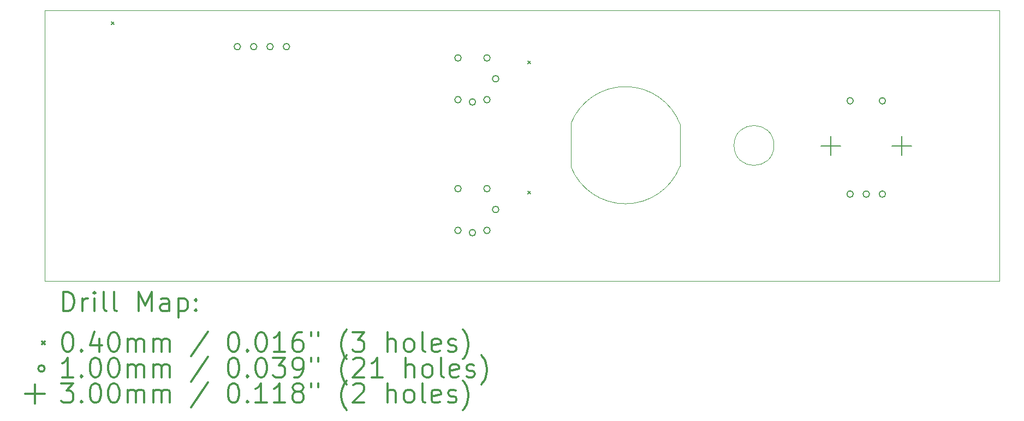
<source format=gbr>
%FSLAX45Y45*%
G04 Gerber Fmt 4.5, Leading zero omitted, Abs format (unit mm)*
G04 Created by KiCad (PCBNEW (5.1.6)-1) date 2025-04-19 10:29:02*
%MOMM*%
%LPD*%
G01*
G04 APERTURE LIST*
%TA.AperFunction,Profile*%
%ADD10C,0.050000*%
%TD*%
%ADD11C,0.200000*%
%ADD12C,0.300000*%
G04 APERTURE END LIST*
D10*
X15411450Y-9613900D02*
X15409837Y-8946519D01*
X17103763Y-9605562D02*
X17107255Y-8959850D01*
X17103763Y-9605562D02*
G75*
G02*
X15411450Y-9613900I-847763J321862D01*
G01*
X15409837Y-8946519D02*
G75*
G02*
X17107255Y-8959850I846163J-330831D01*
G01*
X18561050Y-9283700D02*
G75*
G03*
X18561050Y-9283700I-310000J0D01*
G01*
X7251700Y-7181850D02*
X7251700Y-11391900D01*
X22059900Y-7181850D02*
X7251700Y-7181850D01*
X22059900Y-11391900D02*
X22059900Y-7181850D01*
X7251700Y-11391900D02*
X22059900Y-11391900D01*
D11*
X8285800Y-7365050D02*
X8325800Y-7405050D01*
X8325800Y-7365050D02*
X8285800Y-7405050D01*
X14743750Y-7974650D02*
X14783750Y-8014650D01*
X14783750Y-7974650D02*
X14743750Y-8014650D01*
X14743750Y-9993950D02*
X14783750Y-10033950D01*
X14783750Y-9993950D02*
X14743750Y-10033950D01*
X13708850Y-7922500D02*
G75*
G03*
X13708850Y-7922500I-50000J0D01*
G01*
X13708850Y-8572500D02*
G75*
G03*
X13708850Y-8572500I-50000J0D01*
G01*
X13933850Y-8607500D02*
G75*
G03*
X13933850Y-8607500I-50000J0D01*
G01*
X14158850Y-7922500D02*
G75*
G03*
X14158850Y-7922500I-50000J0D01*
G01*
X14158850Y-8572500D02*
G75*
G03*
X14158850Y-8572500I-50000J0D01*
G01*
X14293850Y-8247500D02*
G75*
G03*
X14293850Y-8247500I-50000J0D01*
G01*
X10286200Y-7747750D02*
G75*
G03*
X10286200Y-7747750I-50000J0D01*
G01*
X10540200Y-7747750D02*
G75*
G03*
X10540200Y-7747750I-50000J0D01*
G01*
X10794200Y-7747750D02*
G75*
G03*
X10794200Y-7747750I-50000J0D01*
G01*
X11048200Y-7747750D02*
G75*
G03*
X11048200Y-7747750I-50000J0D01*
G01*
X13708850Y-9954500D02*
G75*
G03*
X13708850Y-9954500I-50000J0D01*
G01*
X13708850Y-10604500D02*
G75*
G03*
X13708850Y-10604500I-50000J0D01*
G01*
X13933850Y-10639500D02*
G75*
G03*
X13933850Y-10639500I-50000J0D01*
G01*
X14158850Y-9954500D02*
G75*
G03*
X14158850Y-9954500I-50000J0D01*
G01*
X14158850Y-10604500D02*
G75*
G03*
X14158850Y-10604500I-50000J0D01*
G01*
X14293850Y-10279500D02*
G75*
G03*
X14293850Y-10279500I-50000J0D01*
G01*
X19792150Y-8589350D02*
G75*
G03*
X19792150Y-8589350I-50000J0D01*
G01*
X19792150Y-10039350D02*
G75*
G03*
X19792150Y-10039350I-50000J0D01*
G01*
X20042150Y-10039350D02*
G75*
G03*
X20042150Y-10039350I-50000J0D01*
G01*
X20292150Y-8589350D02*
G75*
G03*
X20292150Y-8589350I-50000J0D01*
G01*
X20292150Y-10039350D02*
G75*
G03*
X20292150Y-10039350I-50000J0D01*
G01*
X19442150Y-9139267D02*
X19442150Y-9439434D01*
X19292067Y-9289350D02*
X19592234Y-9289350D01*
X20542150Y-9139267D02*
X20542150Y-9439434D01*
X20392067Y-9289350D02*
X20692234Y-9289350D01*
D12*
X7535628Y-11860114D02*
X7535628Y-11560114D01*
X7607057Y-11560114D01*
X7649914Y-11574400D01*
X7678486Y-11602971D01*
X7692771Y-11631543D01*
X7707057Y-11688686D01*
X7707057Y-11731543D01*
X7692771Y-11788686D01*
X7678486Y-11817257D01*
X7649914Y-11845829D01*
X7607057Y-11860114D01*
X7535628Y-11860114D01*
X7835628Y-11860114D02*
X7835628Y-11660114D01*
X7835628Y-11717257D02*
X7849914Y-11688686D01*
X7864200Y-11674400D01*
X7892771Y-11660114D01*
X7921343Y-11660114D01*
X8021343Y-11860114D02*
X8021343Y-11660114D01*
X8021343Y-11560114D02*
X8007057Y-11574400D01*
X8021343Y-11588686D01*
X8035628Y-11574400D01*
X8021343Y-11560114D01*
X8021343Y-11588686D01*
X8207057Y-11860114D02*
X8178486Y-11845829D01*
X8164200Y-11817257D01*
X8164200Y-11560114D01*
X8364200Y-11860114D02*
X8335628Y-11845829D01*
X8321343Y-11817257D01*
X8321343Y-11560114D01*
X8707057Y-11860114D02*
X8707057Y-11560114D01*
X8807057Y-11774400D01*
X8907057Y-11560114D01*
X8907057Y-11860114D01*
X9178486Y-11860114D02*
X9178486Y-11702971D01*
X9164200Y-11674400D01*
X9135628Y-11660114D01*
X9078486Y-11660114D01*
X9049914Y-11674400D01*
X9178486Y-11845829D02*
X9149914Y-11860114D01*
X9078486Y-11860114D01*
X9049914Y-11845829D01*
X9035628Y-11817257D01*
X9035628Y-11788686D01*
X9049914Y-11760114D01*
X9078486Y-11745829D01*
X9149914Y-11745829D01*
X9178486Y-11731543D01*
X9321343Y-11660114D02*
X9321343Y-11960114D01*
X9321343Y-11674400D02*
X9349914Y-11660114D01*
X9407057Y-11660114D01*
X9435628Y-11674400D01*
X9449914Y-11688686D01*
X9464200Y-11717257D01*
X9464200Y-11802971D01*
X9449914Y-11831543D01*
X9435628Y-11845829D01*
X9407057Y-11860114D01*
X9349914Y-11860114D01*
X9321343Y-11845829D01*
X9592771Y-11831543D02*
X9607057Y-11845829D01*
X9592771Y-11860114D01*
X9578486Y-11845829D01*
X9592771Y-11831543D01*
X9592771Y-11860114D01*
X9592771Y-11674400D02*
X9607057Y-11688686D01*
X9592771Y-11702971D01*
X9578486Y-11688686D01*
X9592771Y-11674400D01*
X9592771Y-11702971D01*
X7209200Y-12334400D02*
X7249200Y-12374400D01*
X7249200Y-12334400D02*
X7209200Y-12374400D01*
X7592771Y-12190114D02*
X7621343Y-12190114D01*
X7649914Y-12204400D01*
X7664200Y-12218686D01*
X7678486Y-12247257D01*
X7692771Y-12304400D01*
X7692771Y-12375829D01*
X7678486Y-12432971D01*
X7664200Y-12461543D01*
X7649914Y-12475829D01*
X7621343Y-12490114D01*
X7592771Y-12490114D01*
X7564200Y-12475829D01*
X7549914Y-12461543D01*
X7535628Y-12432971D01*
X7521343Y-12375829D01*
X7521343Y-12304400D01*
X7535628Y-12247257D01*
X7549914Y-12218686D01*
X7564200Y-12204400D01*
X7592771Y-12190114D01*
X7821343Y-12461543D02*
X7835628Y-12475829D01*
X7821343Y-12490114D01*
X7807057Y-12475829D01*
X7821343Y-12461543D01*
X7821343Y-12490114D01*
X8092771Y-12290114D02*
X8092771Y-12490114D01*
X8021343Y-12175829D02*
X7949914Y-12390114D01*
X8135628Y-12390114D01*
X8307057Y-12190114D02*
X8335628Y-12190114D01*
X8364200Y-12204400D01*
X8378486Y-12218686D01*
X8392771Y-12247257D01*
X8407057Y-12304400D01*
X8407057Y-12375829D01*
X8392771Y-12432971D01*
X8378486Y-12461543D01*
X8364200Y-12475829D01*
X8335628Y-12490114D01*
X8307057Y-12490114D01*
X8278486Y-12475829D01*
X8264200Y-12461543D01*
X8249914Y-12432971D01*
X8235628Y-12375829D01*
X8235628Y-12304400D01*
X8249914Y-12247257D01*
X8264200Y-12218686D01*
X8278486Y-12204400D01*
X8307057Y-12190114D01*
X8535628Y-12490114D02*
X8535628Y-12290114D01*
X8535628Y-12318686D02*
X8549914Y-12304400D01*
X8578486Y-12290114D01*
X8621343Y-12290114D01*
X8649914Y-12304400D01*
X8664200Y-12332971D01*
X8664200Y-12490114D01*
X8664200Y-12332971D02*
X8678486Y-12304400D01*
X8707057Y-12290114D01*
X8749914Y-12290114D01*
X8778486Y-12304400D01*
X8792771Y-12332971D01*
X8792771Y-12490114D01*
X8935628Y-12490114D02*
X8935628Y-12290114D01*
X8935628Y-12318686D02*
X8949914Y-12304400D01*
X8978486Y-12290114D01*
X9021343Y-12290114D01*
X9049914Y-12304400D01*
X9064200Y-12332971D01*
X9064200Y-12490114D01*
X9064200Y-12332971D02*
X9078486Y-12304400D01*
X9107057Y-12290114D01*
X9149914Y-12290114D01*
X9178486Y-12304400D01*
X9192771Y-12332971D01*
X9192771Y-12490114D01*
X9778486Y-12175829D02*
X9521343Y-12561543D01*
X10164200Y-12190114D02*
X10192771Y-12190114D01*
X10221343Y-12204400D01*
X10235628Y-12218686D01*
X10249914Y-12247257D01*
X10264200Y-12304400D01*
X10264200Y-12375829D01*
X10249914Y-12432971D01*
X10235628Y-12461543D01*
X10221343Y-12475829D01*
X10192771Y-12490114D01*
X10164200Y-12490114D01*
X10135628Y-12475829D01*
X10121343Y-12461543D01*
X10107057Y-12432971D01*
X10092771Y-12375829D01*
X10092771Y-12304400D01*
X10107057Y-12247257D01*
X10121343Y-12218686D01*
X10135628Y-12204400D01*
X10164200Y-12190114D01*
X10392771Y-12461543D02*
X10407057Y-12475829D01*
X10392771Y-12490114D01*
X10378486Y-12475829D01*
X10392771Y-12461543D01*
X10392771Y-12490114D01*
X10592771Y-12190114D02*
X10621343Y-12190114D01*
X10649914Y-12204400D01*
X10664200Y-12218686D01*
X10678486Y-12247257D01*
X10692771Y-12304400D01*
X10692771Y-12375829D01*
X10678486Y-12432971D01*
X10664200Y-12461543D01*
X10649914Y-12475829D01*
X10621343Y-12490114D01*
X10592771Y-12490114D01*
X10564200Y-12475829D01*
X10549914Y-12461543D01*
X10535628Y-12432971D01*
X10521343Y-12375829D01*
X10521343Y-12304400D01*
X10535628Y-12247257D01*
X10549914Y-12218686D01*
X10564200Y-12204400D01*
X10592771Y-12190114D01*
X10978486Y-12490114D02*
X10807057Y-12490114D01*
X10892771Y-12490114D02*
X10892771Y-12190114D01*
X10864200Y-12232971D01*
X10835628Y-12261543D01*
X10807057Y-12275829D01*
X11235628Y-12190114D02*
X11178486Y-12190114D01*
X11149914Y-12204400D01*
X11135628Y-12218686D01*
X11107057Y-12261543D01*
X11092771Y-12318686D01*
X11092771Y-12432971D01*
X11107057Y-12461543D01*
X11121343Y-12475829D01*
X11149914Y-12490114D01*
X11207057Y-12490114D01*
X11235628Y-12475829D01*
X11249914Y-12461543D01*
X11264200Y-12432971D01*
X11264200Y-12361543D01*
X11249914Y-12332971D01*
X11235628Y-12318686D01*
X11207057Y-12304400D01*
X11149914Y-12304400D01*
X11121343Y-12318686D01*
X11107057Y-12332971D01*
X11092771Y-12361543D01*
X11378486Y-12190114D02*
X11378486Y-12247257D01*
X11492771Y-12190114D02*
X11492771Y-12247257D01*
X11935628Y-12604400D02*
X11921343Y-12590114D01*
X11892771Y-12547257D01*
X11878486Y-12518686D01*
X11864200Y-12475829D01*
X11849914Y-12404400D01*
X11849914Y-12347257D01*
X11864200Y-12275829D01*
X11878486Y-12232971D01*
X11892771Y-12204400D01*
X11921343Y-12161543D01*
X11935628Y-12147257D01*
X12021343Y-12190114D02*
X12207057Y-12190114D01*
X12107057Y-12304400D01*
X12149914Y-12304400D01*
X12178486Y-12318686D01*
X12192771Y-12332971D01*
X12207057Y-12361543D01*
X12207057Y-12432971D01*
X12192771Y-12461543D01*
X12178486Y-12475829D01*
X12149914Y-12490114D01*
X12064200Y-12490114D01*
X12035628Y-12475829D01*
X12021343Y-12461543D01*
X12564200Y-12490114D02*
X12564200Y-12190114D01*
X12692771Y-12490114D02*
X12692771Y-12332971D01*
X12678486Y-12304400D01*
X12649914Y-12290114D01*
X12607057Y-12290114D01*
X12578486Y-12304400D01*
X12564200Y-12318686D01*
X12878486Y-12490114D02*
X12849914Y-12475829D01*
X12835628Y-12461543D01*
X12821343Y-12432971D01*
X12821343Y-12347257D01*
X12835628Y-12318686D01*
X12849914Y-12304400D01*
X12878486Y-12290114D01*
X12921343Y-12290114D01*
X12949914Y-12304400D01*
X12964200Y-12318686D01*
X12978486Y-12347257D01*
X12978486Y-12432971D01*
X12964200Y-12461543D01*
X12949914Y-12475829D01*
X12921343Y-12490114D01*
X12878486Y-12490114D01*
X13149914Y-12490114D02*
X13121343Y-12475829D01*
X13107057Y-12447257D01*
X13107057Y-12190114D01*
X13378486Y-12475829D02*
X13349914Y-12490114D01*
X13292771Y-12490114D01*
X13264200Y-12475829D01*
X13249914Y-12447257D01*
X13249914Y-12332971D01*
X13264200Y-12304400D01*
X13292771Y-12290114D01*
X13349914Y-12290114D01*
X13378486Y-12304400D01*
X13392771Y-12332971D01*
X13392771Y-12361543D01*
X13249914Y-12390114D01*
X13507057Y-12475829D02*
X13535628Y-12490114D01*
X13592771Y-12490114D01*
X13621343Y-12475829D01*
X13635628Y-12447257D01*
X13635628Y-12432971D01*
X13621343Y-12404400D01*
X13592771Y-12390114D01*
X13549914Y-12390114D01*
X13521343Y-12375829D01*
X13507057Y-12347257D01*
X13507057Y-12332971D01*
X13521343Y-12304400D01*
X13549914Y-12290114D01*
X13592771Y-12290114D01*
X13621343Y-12304400D01*
X13735628Y-12604400D02*
X13749914Y-12590114D01*
X13778486Y-12547257D01*
X13792771Y-12518686D01*
X13807057Y-12475829D01*
X13821343Y-12404400D01*
X13821343Y-12347257D01*
X13807057Y-12275829D01*
X13792771Y-12232971D01*
X13778486Y-12204400D01*
X13749914Y-12161543D01*
X13735628Y-12147257D01*
X7249200Y-12750400D02*
G75*
G03*
X7249200Y-12750400I-50000J0D01*
G01*
X7692771Y-12886114D02*
X7521343Y-12886114D01*
X7607057Y-12886114D02*
X7607057Y-12586114D01*
X7578486Y-12628971D01*
X7549914Y-12657543D01*
X7521343Y-12671829D01*
X7821343Y-12857543D02*
X7835628Y-12871829D01*
X7821343Y-12886114D01*
X7807057Y-12871829D01*
X7821343Y-12857543D01*
X7821343Y-12886114D01*
X8021343Y-12586114D02*
X8049914Y-12586114D01*
X8078486Y-12600400D01*
X8092771Y-12614686D01*
X8107057Y-12643257D01*
X8121343Y-12700400D01*
X8121343Y-12771829D01*
X8107057Y-12828971D01*
X8092771Y-12857543D01*
X8078486Y-12871829D01*
X8049914Y-12886114D01*
X8021343Y-12886114D01*
X7992771Y-12871829D01*
X7978486Y-12857543D01*
X7964200Y-12828971D01*
X7949914Y-12771829D01*
X7949914Y-12700400D01*
X7964200Y-12643257D01*
X7978486Y-12614686D01*
X7992771Y-12600400D01*
X8021343Y-12586114D01*
X8307057Y-12586114D02*
X8335628Y-12586114D01*
X8364200Y-12600400D01*
X8378486Y-12614686D01*
X8392771Y-12643257D01*
X8407057Y-12700400D01*
X8407057Y-12771829D01*
X8392771Y-12828971D01*
X8378486Y-12857543D01*
X8364200Y-12871829D01*
X8335628Y-12886114D01*
X8307057Y-12886114D01*
X8278486Y-12871829D01*
X8264200Y-12857543D01*
X8249914Y-12828971D01*
X8235628Y-12771829D01*
X8235628Y-12700400D01*
X8249914Y-12643257D01*
X8264200Y-12614686D01*
X8278486Y-12600400D01*
X8307057Y-12586114D01*
X8535628Y-12886114D02*
X8535628Y-12686114D01*
X8535628Y-12714686D02*
X8549914Y-12700400D01*
X8578486Y-12686114D01*
X8621343Y-12686114D01*
X8649914Y-12700400D01*
X8664200Y-12728971D01*
X8664200Y-12886114D01*
X8664200Y-12728971D02*
X8678486Y-12700400D01*
X8707057Y-12686114D01*
X8749914Y-12686114D01*
X8778486Y-12700400D01*
X8792771Y-12728971D01*
X8792771Y-12886114D01*
X8935628Y-12886114D02*
X8935628Y-12686114D01*
X8935628Y-12714686D02*
X8949914Y-12700400D01*
X8978486Y-12686114D01*
X9021343Y-12686114D01*
X9049914Y-12700400D01*
X9064200Y-12728971D01*
X9064200Y-12886114D01*
X9064200Y-12728971D02*
X9078486Y-12700400D01*
X9107057Y-12686114D01*
X9149914Y-12686114D01*
X9178486Y-12700400D01*
X9192771Y-12728971D01*
X9192771Y-12886114D01*
X9778486Y-12571829D02*
X9521343Y-12957543D01*
X10164200Y-12586114D02*
X10192771Y-12586114D01*
X10221343Y-12600400D01*
X10235628Y-12614686D01*
X10249914Y-12643257D01*
X10264200Y-12700400D01*
X10264200Y-12771829D01*
X10249914Y-12828971D01*
X10235628Y-12857543D01*
X10221343Y-12871829D01*
X10192771Y-12886114D01*
X10164200Y-12886114D01*
X10135628Y-12871829D01*
X10121343Y-12857543D01*
X10107057Y-12828971D01*
X10092771Y-12771829D01*
X10092771Y-12700400D01*
X10107057Y-12643257D01*
X10121343Y-12614686D01*
X10135628Y-12600400D01*
X10164200Y-12586114D01*
X10392771Y-12857543D02*
X10407057Y-12871829D01*
X10392771Y-12886114D01*
X10378486Y-12871829D01*
X10392771Y-12857543D01*
X10392771Y-12886114D01*
X10592771Y-12586114D02*
X10621343Y-12586114D01*
X10649914Y-12600400D01*
X10664200Y-12614686D01*
X10678486Y-12643257D01*
X10692771Y-12700400D01*
X10692771Y-12771829D01*
X10678486Y-12828971D01*
X10664200Y-12857543D01*
X10649914Y-12871829D01*
X10621343Y-12886114D01*
X10592771Y-12886114D01*
X10564200Y-12871829D01*
X10549914Y-12857543D01*
X10535628Y-12828971D01*
X10521343Y-12771829D01*
X10521343Y-12700400D01*
X10535628Y-12643257D01*
X10549914Y-12614686D01*
X10564200Y-12600400D01*
X10592771Y-12586114D01*
X10792771Y-12586114D02*
X10978486Y-12586114D01*
X10878486Y-12700400D01*
X10921343Y-12700400D01*
X10949914Y-12714686D01*
X10964200Y-12728971D01*
X10978486Y-12757543D01*
X10978486Y-12828971D01*
X10964200Y-12857543D01*
X10949914Y-12871829D01*
X10921343Y-12886114D01*
X10835628Y-12886114D01*
X10807057Y-12871829D01*
X10792771Y-12857543D01*
X11121343Y-12886114D02*
X11178486Y-12886114D01*
X11207057Y-12871829D01*
X11221343Y-12857543D01*
X11249914Y-12814686D01*
X11264200Y-12757543D01*
X11264200Y-12643257D01*
X11249914Y-12614686D01*
X11235628Y-12600400D01*
X11207057Y-12586114D01*
X11149914Y-12586114D01*
X11121343Y-12600400D01*
X11107057Y-12614686D01*
X11092771Y-12643257D01*
X11092771Y-12714686D01*
X11107057Y-12743257D01*
X11121343Y-12757543D01*
X11149914Y-12771829D01*
X11207057Y-12771829D01*
X11235628Y-12757543D01*
X11249914Y-12743257D01*
X11264200Y-12714686D01*
X11378486Y-12586114D02*
X11378486Y-12643257D01*
X11492771Y-12586114D02*
X11492771Y-12643257D01*
X11935628Y-13000400D02*
X11921343Y-12986114D01*
X11892771Y-12943257D01*
X11878486Y-12914686D01*
X11864200Y-12871829D01*
X11849914Y-12800400D01*
X11849914Y-12743257D01*
X11864200Y-12671829D01*
X11878486Y-12628971D01*
X11892771Y-12600400D01*
X11921343Y-12557543D01*
X11935628Y-12543257D01*
X12035628Y-12614686D02*
X12049914Y-12600400D01*
X12078486Y-12586114D01*
X12149914Y-12586114D01*
X12178486Y-12600400D01*
X12192771Y-12614686D01*
X12207057Y-12643257D01*
X12207057Y-12671829D01*
X12192771Y-12714686D01*
X12021343Y-12886114D01*
X12207057Y-12886114D01*
X12492771Y-12886114D02*
X12321343Y-12886114D01*
X12407057Y-12886114D02*
X12407057Y-12586114D01*
X12378486Y-12628971D01*
X12349914Y-12657543D01*
X12321343Y-12671829D01*
X12849914Y-12886114D02*
X12849914Y-12586114D01*
X12978486Y-12886114D02*
X12978486Y-12728971D01*
X12964200Y-12700400D01*
X12935628Y-12686114D01*
X12892771Y-12686114D01*
X12864200Y-12700400D01*
X12849914Y-12714686D01*
X13164200Y-12886114D02*
X13135628Y-12871829D01*
X13121343Y-12857543D01*
X13107057Y-12828971D01*
X13107057Y-12743257D01*
X13121343Y-12714686D01*
X13135628Y-12700400D01*
X13164200Y-12686114D01*
X13207057Y-12686114D01*
X13235628Y-12700400D01*
X13249914Y-12714686D01*
X13264200Y-12743257D01*
X13264200Y-12828971D01*
X13249914Y-12857543D01*
X13235628Y-12871829D01*
X13207057Y-12886114D01*
X13164200Y-12886114D01*
X13435628Y-12886114D02*
X13407057Y-12871829D01*
X13392771Y-12843257D01*
X13392771Y-12586114D01*
X13664200Y-12871829D02*
X13635628Y-12886114D01*
X13578486Y-12886114D01*
X13549914Y-12871829D01*
X13535628Y-12843257D01*
X13535628Y-12728971D01*
X13549914Y-12700400D01*
X13578486Y-12686114D01*
X13635628Y-12686114D01*
X13664200Y-12700400D01*
X13678486Y-12728971D01*
X13678486Y-12757543D01*
X13535628Y-12786114D01*
X13792771Y-12871829D02*
X13821343Y-12886114D01*
X13878486Y-12886114D01*
X13907057Y-12871829D01*
X13921343Y-12843257D01*
X13921343Y-12828971D01*
X13907057Y-12800400D01*
X13878486Y-12786114D01*
X13835628Y-12786114D01*
X13807057Y-12771829D01*
X13792771Y-12743257D01*
X13792771Y-12728971D01*
X13807057Y-12700400D01*
X13835628Y-12686114D01*
X13878486Y-12686114D01*
X13907057Y-12700400D01*
X14021343Y-13000400D02*
X14035628Y-12986114D01*
X14064200Y-12943257D01*
X14078486Y-12914686D01*
X14092771Y-12871829D01*
X14107057Y-12800400D01*
X14107057Y-12743257D01*
X14092771Y-12671829D01*
X14078486Y-12628971D01*
X14064200Y-12600400D01*
X14035628Y-12557543D01*
X14021343Y-12543257D01*
X7099116Y-12996317D02*
X7099116Y-13296484D01*
X6949033Y-13146400D02*
X7249200Y-13146400D01*
X7507057Y-12982114D02*
X7692771Y-12982114D01*
X7592771Y-13096400D01*
X7635628Y-13096400D01*
X7664200Y-13110686D01*
X7678486Y-13124971D01*
X7692771Y-13153543D01*
X7692771Y-13224971D01*
X7678486Y-13253543D01*
X7664200Y-13267829D01*
X7635628Y-13282114D01*
X7549914Y-13282114D01*
X7521343Y-13267829D01*
X7507057Y-13253543D01*
X7821343Y-13253543D02*
X7835628Y-13267829D01*
X7821343Y-13282114D01*
X7807057Y-13267829D01*
X7821343Y-13253543D01*
X7821343Y-13282114D01*
X8021343Y-12982114D02*
X8049914Y-12982114D01*
X8078486Y-12996400D01*
X8092771Y-13010686D01*
X8107057Y-13039257D01*
X8121343Y-13096400D01*
X8121343Y-13167829D01*
X8107057Y-13224971D01*
X8092771Y-13253543D01*
X8078486Y-13267829D01*
X8049914Y-13282114D01*
X8021343Y-13282114D01*
X7992771Y-13267829D01*
X7978486Y-13253543D01*
X7964200Y-13224971D01*
X7949914Y-13167829D01*
X7949914Y-13096400D01*
X7964200Y-13039257D01*
X7978486Y-13010686D01*
X7992771Y-12996400D01*
X8021343Y-12982114D01*
X8307057Y-12982114D02*
X8335628Y-12982114D01*
X8364200Y-12996400D01*
X8378486Y-13010686D01*
X8392771Y-13039257D01*
X8407057Y-13096400D01*
X8407057Y-13167829D01*
X8392771Y-13224971D01*
X8378486Y-13253543D01*
X8364200Y-13267829D01*
X8335628Y-13282114D01*
X8307057Y-13282114D01*
X8278486Y-13267829D01*
X8264200Y-13253543D01*
X8249914Y-13224971D01*
X8235628Y-13167829D01*
X8235628Y-13096400D01*
X8249914Y-13039257D01*
X8264200Y-13010686D01*
X8278486Y-12996400D01*
X8307057Y-12982114D01*
X8535628Y-13282114D02*
X8535628Y-13082114D01*
X8535628Y-13110686D02*
X8549914Y-13096400D01*
X8578486Y-13082114D01*
X8621343Y-13082114D01*
X8649914Y-13096400D01*
X8664200Y-13124971D01*
X8664200Y-13282114D01*
X8664200Y-13124971D02*
X8678486Y-13096400D01*
X8707057Y-13082114D01*
X8749914Y-13082114D01*
X8778486Y-13096400D01*
X8792771Y-13124971D01*
X8792771Y-13282114D01*
X8935628Y-13282114D02*
X8935628Y-13082114D01*
X8935628Y-13110686D02*
X8949914Y-13096400D01*
X8978486Y-13082114D01*
X9021343Y-13082114D01*
X9049914Y-13096400D01*
X9064200Y-13124971D01*
X9064200Y-13282114D01*
X9064200Y-13124971D02*
X9078486Y-13096400D01*
X9107057Y-13082114D01*
X9149914Y-13082114D01*
X9178486Y-13096400D01*
X9192771Y-13124971D01*
X9192771Y-13282114D01*
X9778486Y-12967829D02*
X9521343Y-13353543D01*
X10164200Y-12982114D02*
X10192771Y-12982114D01*
X10221343Y-12996400D01*
X10235628Y-13010686D01*
X10249914Y-13039257D01*
X10264200Y-13096400D01*
X10264200Y-13167829D01*
X10249914Y-13224971D01*
X10235628Y-13253543D01*
X10221343Y-13267829D01*
X10192771Y-13282114D01*
X10164200Y-13282114D01*
X10135628Y-13267829D01*
X10121343Y-13253543D01*
X10107057Y-13224971D01*
X10092771Y-13167829D01*
X10092771Y-13096400D01*
X10107057Y-13039257D01*
X10121343Y-13010686D01*
X10135628Y-12996400D01*
X10164200Y-12982114D01*
X10392771Y-13253543D02*
X10407057Y-13267829D01*
X10392771Y-13282114D01*
X10378486Y-13267829D01*
X10392771Y-13253543D01*
X10392771Y-13282114D01*
X10692771Y-13282114D02*
X10521343Y-13282114D01*
X10607057Y-13282114D02*
X10607057Y-12982114D01*
X10578486Y-13024971D01*
X10549914Y-13053543D01*
X10521343Y-13067829D01*
X10978486Y-13282114D02*
X10807057Y-13282114D01*
X10892771Y-13282114D02*
X10892771Y-12982114D01*
X10864200Y-13024971D01*
X10835628Y-13053543D01*
X10807057Y-13067829D01*
X11149914Y-13110686D02*
X11121343Y-13096400D01*
X11107057Y-13082114D01*
X11092771Y-13053543D01*
X11092771Y-13039257D01*
X11107057Y-13010686D01*
X11121343Y-12996400D01*
X11149914Y-12982114D01*
X11207057Y-12982114D01*
X11235628Y-12996400D01*
X11249914Y-13010686D01*
X11264200Y-13039257D01*
X11264200Y-13053543D01*
X11249914Y-13082114D01*
X11235628Y-13096400D01*
X11207057Y-13110686D01*
X11149914Y-13110686D01*
X11121343Y-13124971D01*
X11107057Y-13139257D01*
X11092771Y-13167829D01*
X11092771Y-13224971D01*
X11107057Y-13253543D01*
X11121343Y-13267829D01*
X11149914Y-13282114D01*
X11207057Y-13282114D01*
X11235628Y-13267829D01*
X11249914Y-13253543D01*
X11264200Y-13224971D01*
X11264200Y-13167829D01*
X11249914Y-13139257D01*
X11235628Y-13124971D01*
X11207057Y-13110686D01*
X11378486Y-12982114D02*
X11378486Y-13039257D01*
X11492771Y-12982114D02*
X11492771Y-13039257D01*
X11935628Y-13396400D02*
X11921343Y-13382114D01*
X11892771Y-13339257D01*
X11878486Y-13310686D01*
X11864200Y-13267829D01*
X11849914Y-13196400D01*
X11849914Y-13139257D01*
X11864200Y-13067829D01*
X11878486Y-13024971D01*
X11892771Y-12996400D01*
X11921343Y-12953543D01*
X11935628Y-12939257D01*
X12035628Y-13010686D02*
X12049914Y-12996400D01*
X12078486Y-12982114D01*
X12149914Y-12982114D01*
X12178486Y-12996400D01*
X12192771Y-13010686D01*
X12207057Y-13039257D01*
X12207057Y-13067829D01*
X12192771Y-13110686D01*
X12021343Y-13282114D01*
X12207057Y-13282114D01*
X12564200Y-13282114D02*
X12564200Y-12982114D01*
X12692771Y-13282114D02*
X12692771Y-13124971D01*
X12678486Y-13096400D01*
X12649914Y-13082114D01*
X12607057Y-13082114D01*
X12578486Y-13096400D01*
X12564200Y-13110686D01*
X12878486Y-13282114D02*
X12849914Y-13267829D01*
X12835628Y-13253543D01*
X12821343Y-13224971D01*
X12821343Y-13139257D01*
X12835628Y-13110686D01*
X12849914Y-13096400D01*
X12878486Y-13082114D01*
X12921343Y-13082114D01*
X12949914Y-13096400D01*
X12964200Y-13110686D01*
X12978486Y-13139257D01*
X12978486Y-13224971D01*
X12964200Y-13253543D01*
X12949914Y-13267829D01*
X12921343Y-13282114D01*
X12878486Y-13282114D01*
X13149914Y-13282114D02*
X13121343Y-13267829D01*
X13107057Y-13239257D01*
X13107057Y-12982114D01*
X13378486Y-13267829D02*
X13349914Y-13282114D01*
X13292771Y-13282114D01*
X13264200Y-13267829D01*
X13249914Y-13239257D01*
X13249914Y-13124971D01*
X13264200Y-13096400D01*
X13292771Y-13082114D01*
X13349914Y-13082114D01*
X13378486Y-13096400D01*
X13392771Y-13124971D01*
X13392771Y-13153543D01*
X13249914Y-13182114D01*
X13507057Y-13267829D02*
X13535628Y-13282114D01*
X13592771Y-13282114D01*
X13621343Y-13267829D01*
X13635628Y-13239257D01*
X13635628Y-13224971D01*
X13621343Y-13196400D01*
X13592771Y-13182114D01*
X13549914Y-13182114D01*
X13521343Y-13167829D01*
X13507057Y-13139257D01*
X13507057Y-13124971D01*
X13521343Y-13096400D01*
X13549914Y-13082114D01*
X13592771Y-13082114D01*
X13621343Y-13096400D01*
X13735628Y-13396400D02*
X13749914Y-13382114D01*
X13778486Y-13339257D01*
X13792771Y-13310686D01*
X13807057Y-13267829D01*
X13821343Y-13196400D01*
X13821343Y-13139257D01*
X13807057Y-13067829D01*
X13792771Y-13024971D01*
X13778486Y-12996400D01*
X13749914Y-12953543D01*
X13735628Y-12939257D01*
M02*

</source>
